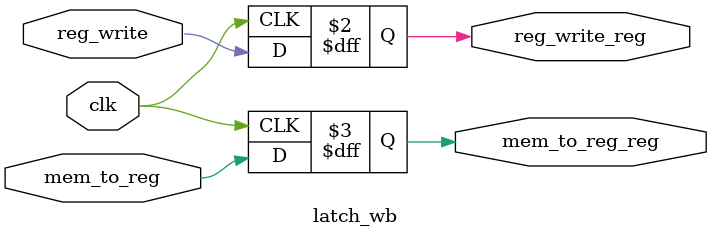
<source format=v>
`timescale 1ns / 1ps
module latch_wb(
	 input clk,
    input reg_write,
    input mem_to_reg,
    output reg reg_write_reg,
    output reg mem_to_reg_reg
    );
	
	 always @(posedge clk) begin
			reg_write_reg <= reg_write;
			mem_to_reg_reg <= mem_to_reg;
	 end

endmodule

</source>
